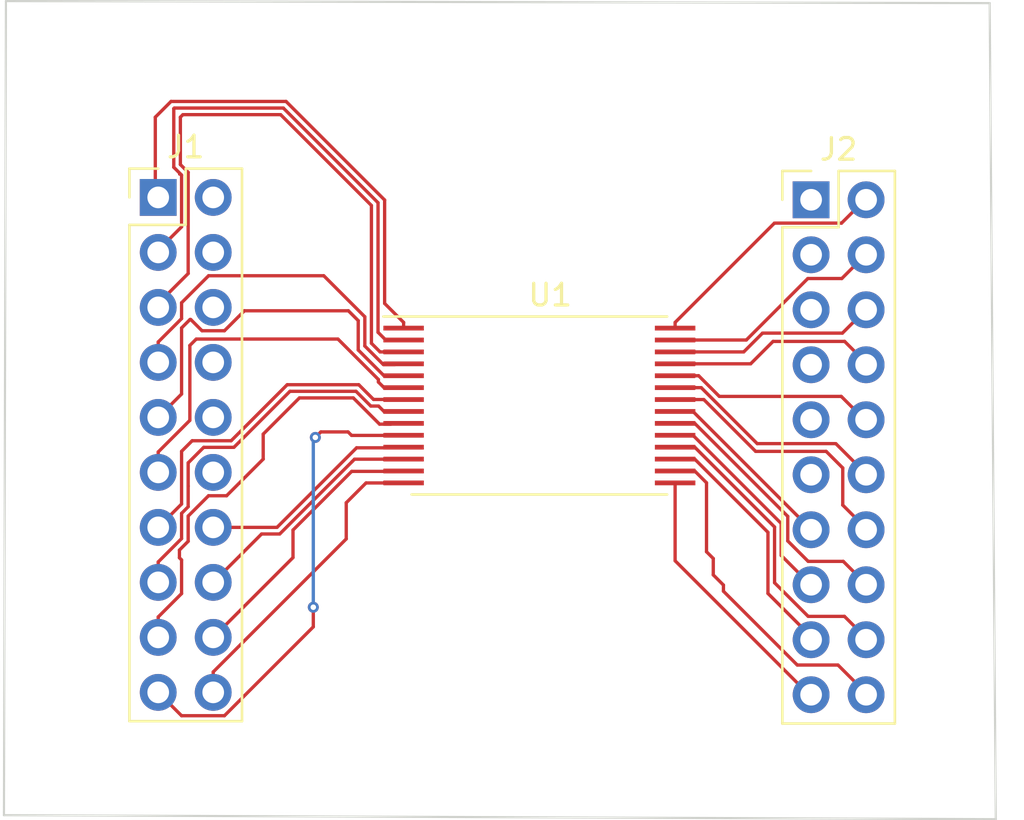
<source format=kicad_pcb>
(kicad_pcb (version 20171130) (host pcbnew 5.1.4+dfsg1-1)

  (general
    (thickness 1.6)
    (drawings 4)
    (tracks 195)
    (zones 0)
    (modules 3)
    (nets 41)
  )

  (page A4)
  (layers
    (0 F.Cu signal)
    (31 B.Cu signal)
    (32 B.Adhes user)
    (33 F.Adhes user)
    (34 B.Paste user)
    (35 F.Paste user)
    (36 B.SilkS user)
    (37 F.SilkS user)
    (38 B.Mask user)
    (39 F.Mask user)
    (40 Dwgs.User user)
    (41 Cmts.User user)
    (42 Eco1.User user)
    (43 Eco2.User user)
    (44 Edge.Cuts user)
    (45 Margin user)
    (46 B.CrtYd user)
    (47 F.CrtYd user)
    (48 B.Fab user)
    (49 F.Fab user)
  )

  (setup
    (last_trace_width 0.1524)
    (trace_clearance 0.1524)
    (zone_clearance 0.508)
    (zone_45_only no)
    (trace_min 0.1524)
    (via_size 0.508)
    (via_drill 0.254)
    (via_min_size 0.508)
    (via_min_drill 0.254)
    (uvia_size 0.3)
    (uvia_drill 0.1)
    (uvias_allowed no)
    (uvia_min_size 0.2)
    (uvia_min_drill 0.1)
    (edge_width 0.05)
    (segment_width 0.2)
    (pcb_text_width 0.3)
    (pcb_text_size 1.5 1.5)
    (mod_edge_width 0.12)
    (mod_text_size 1 1)
    (mod_text_width 0.15)
    (pad_size 1.524 1.524)
    (pad_drill 0.762)
    (pad_to_mask_clearance 0.0508)
    (aux_axis_origin 0 0)
    (visible_elements FFFFFF7F)
    (pcbplotparams
      (layerselection 0x010f0_ffffffff)
      (usegerberextensions false)
      (usegerberattributes false)
      (usegerberadvancedattributes false)
      (creategerberjobfile false)
      (excludeedgelayer true)
      (linewidth 0.100000)
      (plotframeref false)
      (viasonmask false)
      (mode 1)
      (useauxorigin false)
      (hpglpennumber 1)
      (hpglpenspeed 20)
      (hpglpendiameter 15.000000)
      (psnegative false)
      (psa4output false)
      (plotreference true)
      (plotvalue true)
      (plotinvisibletext false)
      (padsonsilk false)
      (subtractmaskfromsilk false)
      (outputformat 1)
      (mirror false)
      (drillshape 0)
      (scaleselection 1)
      (outputdirectory "../gerber/"))
  )

  (net 0 "")
  (net 1 A3)
  (net 2 A7)
  (net 3 A4)
  (net 4 A12)
  (net 5 A5)
  (net 6 A14)
  (net 7 A6)
  (net 8 VDD)
  (net 9 "Net-(J1-Pad12)")
  (net 10 WE#)
  (net 11 "Net-(J1-Pad10)")
  (net 12 A13)
  (net 13 "Net-(J1-Pad8)")
  (net 14 A8)
  (net 15 "Net-(J1-Pad6)")
  (net 16 A9)
  (net 17 "Net-(J1-Pad4)")
  (net 18 A11)
  (net 19 "Net-(J1-Pad2)")
  (net 20 OE#)
  (net 21 A1)
  (net 22 A2)
  (net 23 D0)
  (net 24 A0)
  (net 25 D2)
  (net 26 D1)
  (net 27 D3)
  (net 28 GND)
  (net 29 D4)
  (net 30 "Net-(J2-Pad11)")
  (net 31 D5)
  (net 32 "Net-(J2-Pad9)")
  (net 33 D6)
  (net 34 "Net-(J2-Pad7)")
  (net 35 D7)
  (net 36 "Net-(J2-Pad5)")
  (net 37 CE#)
  (net 38 "Net-(J2-Pad3)")
  (net 39 A10)
  (net 40 "Net-(J2-Pad1)")

  (net_class Default "This is the default net class."
    (clearance 0.1524)
    (trace_width 0.1524)
    (via_dia 0.508)
    (via_drill 0.254)
    (uvia_dia 0.3)
    (uvia_drill 0.1)
    (add_net A0)
    (add_net A1)
    (add_net A10)
    (add_net A11)
    (add_net A12)
    (add_net A13)
    (add_net A14)
    (add_net A2)
    (add_net A3)
    (add_net A4)
    (add_net A5)
    (add_net A6)
    (add_net A7)
    (add_net A8)
    (add_net A9)
    (add_net CE#)
    (add_net D0)
    (add_net D1)
    (add_net D2)
    (add_net D3)
    (add_net D4)
    (add_net D5)
    (add_net D6)
    (add_net D7)
    (add_net GND)
    (add_net "Net-(J1-Pad10)")
    (add_net "Net-(J1-Pad12)")
    (add_net "Net-(J1-Pad2)")
    (add_net "Net-(J1-Pad4)")
    (add_net "Net-(J1-Pad6)")
    (add_net "Net-(J1-Pad8)")
    (add_net "Net-(J2-Pad1)")
    (add_net "Net-(J2-Pad11)")
    (add_net "Net-(J2-Pad3)")
    (add_net "Net-(J2-Pad5)")
    (add_net "Net-(J2-Pad7)")
    (add_net "Net-(J2-Pad9)")
    (add_net OE#)
    (add_net VDD)
    (add_net WE#)
  )

  (module Package_SO:TSOP-I-28_11.8x8mm_P0.55mm (layer F.Cu) (tedit 5D7553EE) (tstamp 5D759FF4)
    (at 166.61038 72.24252)
    (descr "TSOP I, 28 pins, 18.8x8mm body, 0.55mm pitch, IPC-calculated pads (http://ww1.microchip.com/downloads/en/devicedoc/doc0807.pdf)")
    (tags "TSOP I 28 pins")
    (path /5D757A6F)
    (attr smd)
    (fp_text reference U1 (at 0.5 -5.1) (layer F.SilkS)
      (effects (font (size 1 1) (thickness 0.15)))
    )
    (fp_text value IS62LV256AL (at 0 5.7) (layer F.Fab)
      (effects (font (size 1 1) (thickness 0.15)))
    )
    (fp_line (start 7.46 4.35) (end -7.46 4.35) (layer F.CrtYd) (width 0.05))
    (fp_line (start 7.46 4.35) (end 7.46 -4.35) (layer F.CrtYd) (width 0.05))
    (fp_line (start -7.46 -4.35) (end -7.46 4.35) (layer F.CrtYd) (width 0.05))
    (fp_line (start -7.46 -4.35) (end 7.46 -4.35) (layer F.CrtYd) (width 0.05))
    (fp_line (start 5.9 -4) (end 5.9 4) (layer F.Fab) (width 0.1))
    (fp_line (start 5.9 4) (end -5.9 4) (layer F.Fab) (width 0.1))
    (fp_line (start -5.9 -3.3) (end -5.9 4) (layer F.Fab) (width 0.1))
    (fp_line (start 5.9 -4) (end -5.2 -4) (layer F.Fab) (width 0.1))
    (fp_line (start -5.9 -3.3) (end -5.2 -4) (layer F.Fab) (width 0.1))
    (fp_line (start -7.205 -4.11) (end 5.9 -4.11) (layer F.SilkS) (width 0.12))
    (fp_line (start -5.9 4.11) (end 5.9 4.11) (layer F.SilkS) (width 0.12))
    (fp_text user %R (at 0.5 0) (layer F.Fab)
      (effects (font (size 1 1) (thickness 0.15)))
    )
    (pad 7 smd rect (at -6.27 -0.275) (size 1.87 0.22) (layers F.Cu F.Paste F.Mask)
      (net 8 VDD))
    (pad 8 smd rect (at -6.27 0.275) (size 1.87 0.22) (layers F.Cu F.Paste F.Mask)
      (net 6 A14))
    (pad 9 smd rect (at -6.27 0.825) (size 1.87 0.22) (layers F.Cu F.Paste F.Mask)
      (net 4 A12))
    (pad 6 smd rect (at -6.27 -0.825) (size 1.87 0.22) (layers F.Cu F.Paste F.Mask)
      (net 10 WE#))
    (pad 5 smd rect (at -6.27 -1.375) (size 1.87 0.22) (layers F.Cu F.Paste F.Mask)
      (net 12 A13))
    (pad 10 smd rect (at -6.27 1.375) (size 1.87 0.22) (layers F.Cu F.Paste F.Mask)
      (net 2 A7))
    (pad 4 smd rect (at -6.27 -1.925) (size 1.87 0.22) (layers F.Cu F.Paste F.Mask)
      (net 14 A8))
    (pad 11 smd rect (at -6.27 1.925) (size 1.87 0.22) (layers F.Cu F.Paste F.Mask)
      (net 7 A6))
    (pad 3 smd rect (at -6.27 -2.475) (size 1.87 0.22) (layers F.Cu F.Paste F.Mask)
      (net 16 A9))
    (pad 12 smd rect (at -6.27 2.475) (size 1.87 0.22) (layers F.Cu F.Paste F.Mask)
      (net 5 A5))
    (pad 13 smd rect (at -6.27 3.025) (size 1.87 0.22) (layers F.Cu F.Paste F.Mask)
      (net 3 A4))
    (pad 2 smd rect (at -6.27 -3.025) (size 1.87 0.22) (layers F.Cu F.Paste F.Mask)
      (net 18 A11))
    (pad 1 smd rect (at -6.27 -3.575) (size 1.87 0.22) (layers F.Cu F.Paste F.Mask)
      (net 20 OE#))
    (pad 14 smd rect (at -6.27 3.575) (size 1.87 0.22) (layers F.Cu F.Paste F.Mask)
      (net 1 A3))
    (pad 15 smd rect (at 6.27 3.575) (size 1.87 0.22) (layers F.Cu F.Paste F.Mask)
      (net 22 A2))
    (pad 28 smd rect (at 6.27 -3.575) (size 1.87 0.22) (layers F.Cu F.Paste F.Mask)
      (net 39 A10))
    (pad 27 smd rect (at 6.27 -3.025) (size 1.87 0.22) (layers F.Cu F.Paste F.Mask)
      (net 37 CE#))
    (pad 16 smd rect (at 6.27 3.025) (size 1.87 0.22) (layers F.Cu F.Paste F.Mask)
      (net 21 A1))
    (pad 17 smd rect (at 6.27 2.475) (size 1.87 0.22) (layers F.Cu F.Paste F.Mask)
      (net 24 A0))
    (pad 26 smd rect (at 6.27 -2.475) (size 1.87 0.22) (layers F.Cu F.Paste F.Mask)
      (net 35 D7))
    (pad 18 smd rect (at 6.27 1.925) (size 1.87 0.22) (layers F.Cu F.Paste F.Mask)
      (net 23 D0))
    (pad 25 smd rect (at 6.27 -1.925) (size 1.87 0.22) (layers F.Cu F.Paste F.Mask)
      (net 33 D6))
    (pad 19 smd rect (at 6.27 1.375) (size 1.87 0.22) (layers F.Cu F.Paste F.Mask)
      (net 26 D1))
    (pad 24 smd rect (at 6.27 -1.375) (size 1.87 0.22) (layers F.Cu F.Paste F.Mask)
      (net 31 D5))
    (pad 23 smd rect (at 6.27 -0.825) (size 1.87 0.22) (layers F.Cu F.Paste F.Mask)
      (net 29 D4))
    (pad 20 smd rect (at 6.27 0.825) (size 1.87 0.22) (layers F.Cu F.Paste F.Mask)
      (net 25 D2))
    (pad 21 smd rect (at 6.27 0.275) (size 1.87 0.22) (layers F.Cu F.Paste F.Mask)
      (net 28 GND))
    (pad 22 smd rect (at 6.27 -0.275) (size 1.87 0.22) (layers F.Cu F.Paste F.Mask)
      (net 27 D3))
    (model ${KISYS3DMOD}/Package_SO.3dshapes/TSOP-I-28_11.8x8mm_P0.55mm.wrl
      (at (xyz 0 0 0))
      (scale (xyz 1 1 1))
      (rotate (xyz 0 0 0))
    )
  )

  (module Connector_PinHeader_2.54mm:PinHeader_2x10_P2.54mm_Vertical (layer F.Cu) (tedit 59FED5CC) (tstamp 5D759FC8)
    (at 179.16144 62.74054)
    (descr "Through hole straight pin header, 2x10, 2.54mm pitch, double rows")
    (tags "Through hole pin header THT 2x10 2.54mm double row")
    (path /5D75AF2E)
    (fp_text reference J2 (at 1.27 -2.33) (layer F.SilkS)
      (effects (font (size 1 1) (thickness 0.15)))
    )
    (fp_text value Conn_02x10_Odd_Even (at 1.27 25.19) (layer F.Fab)
      (effects (font (size 1 1) (thickness 0.15)))
    )
    (fp_text user %R (at 1.27 11.43 90) (layer F.Fab)
      (effects (font (size 1 1) (thickness 0.15)))
    )
    (fp_line (start 4.35 -1.8) (end -1.8 -1.8) (layer F.CrtYd) (width 0.05))
    (fp_line (start 4.35 24.65) (end 4.35 -1.8) (layer F.CrtYd) (width 0.05))
    (fp_line (start -1.8 24.65) (end 4.35 24.65) (layer F.CrtYd) (width 0.05))
    (fp_line (start -1.8 -1.8) (end -1.8 24.65) (layer F.CrtYd) (width 0.05))
    (fp_line (start -1.33 -1.33) (end 0 -1.33) (layer F.SilkS) (width 0.12))
    (fp_line (start -1.33 0) (end -1.33 -1.33) (layer F.SilkS) (width 0.12))
    (fp_line (start 1.27 -1.33) (end 3.87 -1.33) (layer F.SilkS) (width 0.12))
    (fp_line (start 1.27 1.27) (end 1.27 -1.33) (layer F.SilkS) (width 0.12))
    (fp_line (start -1.33 1.27) (end 1.27 1.27) (layer F.SilkS) (width 0.12))
    (fp_line (start 3.87 -1.33) (end 3.87 24.19) (layer F.SilkS) (width 0.12))
    (fp_line (start -1.33 1.27) (end -1.33 24.19) (layer F.SilkS) (width 0.12))
    (fp_line (start -1.33 24.19) (end 3.87 24.19) (layer F.SilkS) (width 0.12))
    (fp_line (start -1.27 0) (end 0 -1.27) (layer F.Fab) (width 0.1))
    (fp_line (start -1.27 24.13) (end -1.27 0) (layer F.Fab) (width 0.1))
    (fp_line (start 3.81 24.13) (end -1.27 24.13) (layer F.Fab) (width 0.1))
    (fp_line (start 3.81 -1.27) (end 3.81 24.13) (layer F.Fab) (width 0.1))
    (fp_line (start 0 -1.27) (end 3.81 -1.27) (layer F.Fab) (width 0.1))
    (pad 20 thru_hole oval (at 2.54 22.86) (size 1.7 1.7) (drill 1) (layers *.Cu *.Mask)
      (net 21 A1))
    (pad 19 thru_hole oval (at 0 22.86) (size 1.7 1.7) (drill 1) (layers *.Cu *.Mask)
      (net 22 A2))
    (pad 18 thru_hole oval (at 2.54 20.32) (size 1.7 1.7) (drill 1) (layers *.Cu *.Mask)
      (net 23 D0))
    (pad 17 thru_hole oval (at 0 20.32) (size 1.7 1.7) (drill 1) (layers *.Cu *.Mask)
      (net 24 A0))
    (pad 16 thru_hole oval (at 2.54 17.78) (size 1.7 1.7) (drill 1) (layers *.Cu *.Mask)
      (net 25 D2))
    (pad 15 thru_hole oval (at 0 17.78) (size 1.7 1.7) (drill 1) (layers *.Cu *.Mask)
      (net 26 D1))
    (pad 14 thru_hole oval (at 2.54 15.24) (size 1.7 1.7) (drill 1) (layers *.Cu *.Mask)
      (net 27 D3))
    (pad 13 thru_hole oval (at 0 15.24) (size 1.7 1.7) (drill 1) (layers *.Cu *.Mask)
      (net 28 GND))
    (pad 12 thru_hole oval (at 2.54 12.7) (size 1.7 1.7) (drill 1) (layers *.Cu *.Mask)
      (net 29 D4))
    (pad 11 thru_hole oval (at 0 12.7) (size 1.7 1.7) (drill 1) (layers *.Cu *.Mask)
      (net 30 "Net-(J2-Pad11)"))
    (pad 10 thru_hole oval (at 2.54 10.16) (size 1.7 1.7) (drill 1) (layers *.Cu *.Mask)
      (net 31 D5))
    (pad 9 thru_hole oval (at 0 10.16) (size 1.7 1.7) (drill 1) (layers *.Cu *.Mask)
      (net 32 "Net-(J2-Pad9)"))
    (pad 8 thru_hole oval (at 2.54 7.62) (size 1.7 1.7) (drill 1) (layers *.Cu *.Mask)
      (net 33 D6))
    (pad 7 thru_hole oval (at 0 7.62) (size 1.7 1.7) (drill 1) (layers *.Cu *.Mask)
      (net 34 "Net-(J2-Pad7)"))
    (pad 6 thru_hole oval (at 2.54 5.08) (size 1.7 1.7) (drill 1) (layers *.Cu *.Mask)
      (net 35 D7))
    (pad 5 thru_hole oval (at 0 5.08) (size 1.7 1.7) (drill 1) (layers *.Cu *.Mask)
      (net 36 "Net-(J2-Pad5)"))
    (pad 4 thru_hole oval (at 2.54 2.54) (size 1.7 1.7) (drill 1) (layers *.Cu *.Mask)
      (net 37 CE#))
    (pad 3 thru_hole oval (at 0 2.54) (size 1.7 1.7) (drill 1) (layers *.Cu *.Mask)
      (net 38 "Net-(J2-Pad3)"))
    (pad 2 thru_hole oval (at 2.54 0) (size 1.7 1.7) (drill 1) (layers *.Cu *.Mask)
      (net 39 A10))
    (pad 1 thru_hole rect (at 0 0) (size 1.7 1.7) (drill 1) (layers *.Cu *.Mask)
      (net 40 "Net-(J2-Pad1)"))
    (model ${KISYS3DMOD}/Connector_PinHeader_2.54mm.3dshapes/PinHeader_2x10_P2.54mm_Vertical.wrl
      (at (xyz 0 0 0))
      (scale (xyz 1 1 1))
      (rotate (xyz 0 0 0))
    )
  )

  (module Connector_PinHeader_2.54mm:PinHeader_2x10_P2.54mm_Vertical (layer F.Cu) (tedit 59FED5CC) (tstamp 5D759F9E)
    (at 149.00656 62.63132)
    (descr "Through hole straight pin header, 2x10, 2.54mm pitch, double rows")
    (tags "Through hole pin header THT 2x10 2.54mm double row")
    (path /5D758858)
    (fp_text reference J1 (at 1.27 -2.33) (layer F.SilkS)
      (effects (font (size 1 1) (thickness 0.15)))
    )
    (fp_text value Conn_02x10_Odd_Even (at 1.27 25.19) (layer F.Fab)
      (effects (font (size 1 1) (thickness 0.15)))
    )
    (fp_text user %R (at 1.27 11.43 90) (layer F.Fab)
      (effects (font (size 1 1) (thickness 0.15)))
    )
    (fp_line (start 4.35 -1.8) (end -1.8 -1.8) (layer F.CrtYd) (width 0.05))
    (fp_line (start 4.35 24.65) (end 4.35 -1.8) (layer F.CrtYd) (width 0.05))
    (fp_line (start -1.8 24.65) (end 4.35 24.65) (layer F.CrtYd) (width 0.05))
    (fp_line (start -1.8 -1.8) (end -1.8 24.65) (layer F.CrtYd) (width 0.05))
    (fp_line (start -1.33 -1.33) (end 0 -1.33) (layer F.SilkS) (width 0.12))
    (fp_line (start -1.33 0) (end -1.33 -1.33) (layer F.SilkS) (width 0.12))
    (fp_line (start 1.27 -1.33) (end 3.87 -1.33) (layer F.SilkS) (width 0.12))
    (fp_line (start 1.27 1.27) (end 1.27 -1.33) (layer F.SilkS) (width 0.12))
    (fp_line (start -1.33 1.27) (end 1.27 1.27) (layer F.SilkS) (width 0.12))
    (fp_line (start 3.87 -1.33) (end 3.87 24.19) (layer F.SilkS) (width 0.12))
    (fp_line (start -1.33 1.27) (end -1.33 24.19) (layer F.SilkS) (width 0.12))
    (fp_line (start -1.33 24.19) (end 3.87 24.19) (layer F.SilkS) (width 0.12))
    (fp_line (start -1.27 0) (end 0 -1.27) (layer F.Fab) (width 0.1))
    (fp_line (start -1.27 24.13) (end -1.27 0) (layer F.Fab) (width 0.1))
    (fp_line (start 3.81 24.13) (end -1.27 24.13) (layer F.Fab) (width 0.1))
    (fp_line (start 3.81 -1.27) (end 3.81 24.13) (layer F.Fab) (width 0.1))
    (fp_line (start 0 -1.27) (end 3.81 -1.27) (layer F.Fab) (width 0.1))
    (pad 20 thru_hole oval (at 2.54 22.86) (size 1.7 1.7) (drill 1) (layers *.Cu *.Mask)
      (net 1 A3))
    (pad 19 thru_hole oval (at 0 22.86) (size 1.7 1.7) (drill 1) (layers *.Cu *.Mask)
      (net 2 A7))
    (pad 18 thru_hole oval (at 2.54 20.32) (size 1.7 1.7) (drill 1) (layers *.Cu *.Mask)
      (net 3 A4))
    (pad 17 thru_hole oval (at 0 20.32) (size 1.7 1.7) (drill 1) (layers *.Cu *.Mask)
      (net 4 A12))
    (pad 16 thru_hole oval (at 2.54 17.78) (size 1.7 1.7) (drill 1) (layers *.Cu *.Mask)
      (net 5 A5))
    (pad 15 thru_hole oval (at 0 17.78) (size 1.7 1.7) (drill 1) (layers *.Cu *.Mask)
      (net 6 A14))
    (pad 14 thru_hole oval (at 2.54 15.24) (size 1.7 1.7) (drill 1) (layers *.Cu *.Mask)
      (net 7 A6))
    (pad 13 thru_hole oval (at 0 15.24) (size 1.7 1.7) (drill 1) (layers *.Cu *.Mask)
      (net 8 VDD))
    (pad 12 thru_hole oval (at 2.54 12.7) (size 1.7 1.7) (drill 1) (layers *.Cu *.Mask)
      (net 9 "Net-(J1-Pad12)"))
    (pad 11 thru_hole oval (at 0 12.7) (size 1.7 1.7) (drill 1) (layers *.Cu *.Mask)
      (net 10 WE#))
    (pad 10 thru_hole oval (at 2.54 10.16) (size 1.7 1.7) (drill 1) (layers *.Cu *.Mask)
      (net 11 "Net-(J1-Pad10)"))
    (pad 9 thru_hole oval (at 0 10.16) (size 1.7 1.7) (drill 1) (layers *.Cu *.Mask)
      (net 12 A13))
    (pad 8 thru_hole oval (at 2.54 7.62) (size 1.7 1.7) (drill 1) (layers *.Cu *.Mask)
      (net 13 "Net-(J1-Pad8)"))
    (pad 7 thru_hole oval (at 0 7.62) (size 1.7 1.7) (drill 1) (layers *.Cu *.Mask)
      (net 14 A8))
    (pad 6 thru_hole oval (at 2.54 5.08) (size 1.7 1.7) (drill 1) (layers *.Cu *.Mask)
      (net 15 "Net-(J1-Pad6)"))
    (pad 5 thru_hole oval (at 0 5.08) (size 1.7 1.7) (drill 1) (layers *.Cu *.Mask)
      (net 16 A9))
    (pad 4 thru_hole oval (at 2.54 2.54) (size 1.7 1.7) (drill 1) (layers *.Cu *.Mask)
      (net 17 "Net-(J1-Pad4)"))
    (pad 3 thru_hole oval (at 0 2.54) (size 1.7 1.7) (drill 1) (layers *.Cu *.Mask)
      (net 18 A11))
    (pad 2 thru_hole oval (at 2.54 0) (size 1.7 1.7) (drill 1) (layers *.Cu *.Mask)
      (net 19 "Net-(J1-Pad2)"))
    (pad 1 thru_hole rect (at 0 0) (size 1.7 1.7) (drill 1) (layers *.Cu *.Mask)
      (net 20 OE#))
    (model ${KISYS3DMOD}/Connector_PinHeader_2.54mm.3dshapes/PinHeader_2x10_P2.54mm_Vertical.wrl
      (at (xyz 0 0 0))
      (scale (xyz 1 1 1))
      (rotate (xyz 0 0 0))
    )
  )

  (gr_line (start 187.40882 53.6575) (end 141.9733 53.56352) (layer Edge.Cuts) (width 0.1))
  (gr_line (start 187.69076 91.34856) (end 187.40882 53.6575) (layer Edge.Cuts) (width 0.1))
  (gr_line (start 141.88186 91.16314) (end 187.69076 91.34856) (layer Edge.Cuts) (width 0.1))
  (gr_line (start 141.9733 53.56352) (end 141.88186 91.16314) (layer Edge.Cuts) (width 0.1))

  (segment (start 151.54656 84.54765) (end 157.69082 78.40339) (width 0.1524) (layer F.Cu) (net 1))
  (segment (start 151.54656 85.49132) (end 151.54656 84.54765) (width 0.1524) (layer F.Cu) (net 1))
  (segment (start 157.69082 78.40339) (end 157.69082 76.7334) (width 0.1524) (layer F.Cu) (net 1))
  (segment (start 157.69082 76.7334) (end 158.60522 75.819) (width 0.1524) (layer F.Cu) (net 1))
  (segment (start 158.60522 75.819) (end 160.41878 75.819) (width 0.1524) (layer F.Cu) (net 1))
  (segment (start 152.064289 86.569921) (end 156.16936 82.46485) (width 0.1524) (layer F.Cu) (net 2))
  (segment (start 149.00656 85.49132) (end 150.085161 86.569921) (width 0.1524) (layer F.Cu) (net 2))
  (segment (start 150.085161 86.569921) (end 152.064289 86.569921) (width 0.1524) (layer F.Cu) (net 2))
  (via (at 156.16936 81.5594) (size 0.508) (drill 0.254) (layers F.Cu B.Cu) (net 2))
  (segment (start 156.16936 82.46485) (end 156.16936 81.5594) (width 0.1524) (layer F.Cu) (net 2))
  (via (at 156.26334 73.71588) (size 0.508) (drill 0.254) (layers F.Cu B.Cu) (net 2))
  (segment (start 156.16936 81.5594) (end 156.16936 73.80986) (width 0.1524) (layer B.Cu) (net 2))
  (segment (start 156.16936 73.80986) (end 156.26334 73.71588) (width 0.1524) (layer B.Cu) (net 2))
  (segment (start 156.517339 73.461881) (end 157.774641 73.461881) (width 0.1524) (layer F.Cu) (net 2))
  (segment (start 156.26334 73.71588) (end 156.517339 73.461881) (width 0.1524) (layer F.Cu) (net 2))
  (segment (start 157.774641 73.461881) (end 157.9372 73.62444) (width 0.1524) (layer F.Cu) (net 2))
  (segment (start 157.9372 73.62444) (end 160.06318 73.62444) (width 0.1524) (layer F.Cu) (net 2))
  (segment (start 151.54656 82.95132) (end 155.2321 79.26578) (width 0.1524) (layer F.Cu) (net 3))
  (segment (start 155.2321 79.26578) (end 155.2321 77.994312) (width 0.1524) (layer F.Cu) (net 3))
  (segment (start 155.2321 77.994312) (end 157.940812 75.2856) (width 0.1524) (layer F.Cu) (net 3))
  (segment (start 157.940812 75.2856) (end 159.94126 75.2856) (width 0.1524) (layer F.Cu) (net 3))
  (segment (start 149.00656 82.95132) (end 149.00656 82.00765) (width 0.1524) (layer F.Cu) (net 4))
  (segment (start 150.085161 80.929049) (end 150.085161 79.374101) (width 0.1524) (layer F.Cu) (net 4))
  (segment (start 149.00656 82.00765) (end 150.085161 80.929049) (width 0.1524) (layer F.Cu) (net 4))
  (segment (start 149.987 78.918276) (end 150.389971 78.515305) (width 0.1524) (layer F.Cu) (net 4))
  (segment (start 150.085161 79.374101) (end 149.987 79.27594) (width 0.1524) (layer F.Cu) (net 4))
  (segment (start 149.987 79.27594) (end 149.987 78.918276) (width 0.1524) (layer F.Cu) (net 4))
  (segment (start 151.330091 76.409921) (end 152.164679 76.409921) (width 0.1524) (layer F.Cu) (net 4))
  (segment (start 150.389971 78.515305) (end 150.389971 77.350041) (width 0.1524) (layer F.Cu) (net 4))
  (segment (start 150.389971 77.350041) (end 151.330091 76.409921) (width 0.1524) (layer F.Cu) (net 4))
  (segment (start 153.85542 74.71918) (end 153.85542 73.56348) (width 0.1524) (layer F.Cu) (net 4))
  (segment (start 152.164679 76.409921) (end 153.85542 74.71918) (width 0.1524) (layer F.Cu) (net 4))
  (segment (start 153.85542 73.56348) (end 155.52672 71.89218) (width 0.1524) (layer F.Cu) (net 4))
  (segment (start 158.017428 71.89218) (end 159.228988 73.10374) (width 0.1524) (layer F.Cu) (net 4))
  (segment (start 155.52672 71.89218) (end 158.017428 71.89218) (width 0.1524) (layer F.Cu) (net 4))
  (segment (start 159.228988 73.10374) (end 159.75584 73.10374) (width 0.1524) (layer F.Cu) (net 4))
  (segment (start 153.781702 78.176178) (end 154.619217 78.176129) (width 0.1524) (layer F.Cu) (net 5))
  (segment (start 151.54656 80.41132) (end 153.781702 78.176178) (width 0.1524) (layer F.Cu) (net 5))
  (segment (start 154.619217 78.176129) (end 157.957153 74.838193) (width 0.1524) (layer F.Cu) (net 5))
  (segment (start 157.957153 74.838193) (end 158.073626 74.72172) (width 0.1524) (layer F.Cu) (net 5))
  (segment (start 158.073626 74.72172) (end 160.10382 74.72172) (width 0.1524) (layer F.Cu) (net 5))
  (segment (start 149.00656 79.46765) (end 150.085161 78.389049) (width 0.1524) (layer F.Cu) (net 6))
  (segment (start 149.00656 80.41132) (end 149.00656 79.46765) (width 0.1524) (layer F.Cu) (net 6))
  (segment (start 150.085161 77.223785) (end 150.389971 76.918975) (width 0.1524) (layer F.Cu) (net 6))
  (segment (start 150.085161 78.389049) (end 150.085161 77.223785) (width 0.1524) (layer F.Cu) (net 6))
  (segment (start 150.389971 76.918975) (end 150.389971 75.96378) (width 0.1524) (layer F.Cu) (net 6))
  (segment (start 151.106819 74.174731) (end 152.501756 74.17473) (width 0.1524) (layer F.Cu) (net 6))
  (segment (start 150.389971 75.96378) (end 150.389971 74.891579) (width 0.1524) (layer F.Cu) (net 6))
  (segment (start 150.389971 74.891579) (end 151.106819 74.174731) (width 0.1524) (layer F.Cu) (net 6))
  (segment (start 152.501756 74.17473) (end 155.089116 71.58737) (width 0.1524) (layer F.Cu) (net 6))
  (segment (start 155.089116 71.58737) (end 158.143684 71.58737) (width 0.1524) (layer F.Cu) (net 6))
  (segment (start 159.184468 72.26809) (end 159.451158 72.53478) (width 0.1524) (layer F.Cu) (net 6))
  (segment (start 158.143684 71.58737) (end 158.824404 72.26809) (width 0.1524) (layer F.Cu) (net 6))
  (segment (start 158.824404 72.26809) (end 159.184468 72.26809) (width 0.1524) (layer F.Cu) (net 6))
  (segment (start 159.451158 72.53478) (end 159.70504 72.53478) (width 0.1524) (layer F.Cu) (net 6))
  (segment (start 159.70504 72.53478) (end 159.71774 72.53478) (width 0.1524) (layer F.Cu) (net 6))
  (segment (start 151.54656 77.87132) (end 154.49296 77.87132) (width 0.1524) (layer F.Cu) (net 7))
  (segment (start 154.49296 77.87132) (end 158.16834 74.19594) (width 0.1524) (layer F.Cu) (net 7))
  (segment (start 158.16834 74.19594) (end 160.10382 74.19594) (width 0.1524) (layer F.Cu) (net 7))
  (segment (start 150.085161 76.792719) (end 150.085161 74.359399) (width 0.1524) (layer F.Cu) (net 8))
  (segment (start 149.00656 77.87132) (end 150.085161 76.792719) (width 0.1524) (layer F.Cu) (net 8))
  (segment (start 150.574639 73.869921) (end 152.375499 73.869921) (width 0.1524) (layer F.Cu) (net 8))
  (segment (start 150.085161 74.359399) (end 150.574639 73.869921) (width 0.1524) (layer F.Cu) (net 8))
  (segment (start 152.375499 73.869921) (end 154.96286 71.28256) (width 0.1524) (layer F.Cu) (net 8))
  (segment (start 154.96286 71.28256) (end 158.26994 71.28256) (width 0.1524) (layer F.Cu) (net 8))
  (segment (start 158.26994 71.28256) (end 158.95066 71.96328) (width 0.1524) (layer F.Cu) (net 8))
  (segment (start 158.95066 71.96328) (end 159.85744 71.96328) (width 0.1524) (layer F.Cu) (net 8))
  (segment (start 150.763341 69.172719) (end 157.308031 69.172719) (width 0.1524) (layer F.Cu) (net 10))
  (segment (start 150.467959 69.468101) (end 150.763341 69.172719) (width 0.1524) (layer F.Cu) (net 10))
  (segment (start 150.467959 72.926251) (end 150.467959 69.468101) (width 0.1524) (layer F.Cu) (net 10))
  (segment (start 149.00656 75.33132) (end 149.00656 74.38765) (width 0.1524) (layer F.Cu) (net 10))
  (segment (start 149.00656 74.38765) (end 150.467959 72.926251) (width 0.1524) (layer F.Cu) (net 10))
  (segment (start 159.176779 71.160401) (end 159.451338 71.43496) (width 0.1524) (layer F.Cu) (net 10))
  (segment (start 157.308031 69.172719) (end 159.176779 71.041467) (width 0.1524) (layer F.Cu) (net 10))
  (segment (start 159.176779 71.041467) (end 159.176779 71.160401) (width 0.1524) (layer F.Cu) (net 10))
  (segment (start 159.451338 71.43496) (end 159.80664 71.43496) (width 0.1524) (layer F.Cu) (net 10))
  (segment (start 151.028831 68.789921) (end 152.064289 68.789921) (width 0.1524) (layer F.Cu) (net 12))
  (segment (start 150.085161 71.712719) (end 150.085161 68.660115) (width 0.1524) (layer F.Cu) (net 12))
  (segment (start 150.475156 68.27012) (end 150.50903 68.27012) (width 0.1524) (layer F.Cu) (net 12))
  (segment (start 149.00656 72.79132) (end 150.085161 71.712719) (width 0.1524) (layer F.Cu) (net 12))
  (segment (start 150.085161 68.660115) (end 150.475156 68.27012) (width 0.1524) (layer F.Cu) (net 12))
  (segment (start 152.064289 68.789921) (end 152.98674 67.86747) (width 0.1524) (layer F.Cu) (net 12))
  (segment (start 150.50903 68.27012) (end 151.028831 68.789921) (width 0.1524) (layer F.Cu) (net 12))
  (segment (start 157.79109 67.86747) (end 158.244502 68.320882) (width 0.1524) (layer F.Cu) (net 12))
  (segment (start 152.98674 67.86747) (end 157.79109 67.86747) (width 0.1524) (layer F.Cu) (net 12))
  (segment (start 158.244502 69.678124) (end 159.442538 70.87616) (width 0.1524) (layer F.Cu) (net 12))
  (segment (start 158.244502 68.320882) (end 158.244502 69.678124) (width 0.1524) (layer F.Cu) (net 12))
  (segment (start 159.442538 70.87616) (end 160.09366 70.87616) (width 0.1524) (layer F.Cu) (net 12))
  (segment (start 150.085161 68.229049) (end 150.085161 67.496319) (width 0.1524) (layer F.Cu) (net 14))
  (segment (start 150.085161 67.496319) (end 151.331559 66.249921) (width 0.1524) (layer F.Cu) (net 14))
  (segment (start 149.00656 70.25132) (end 149.00656 69.30765) (width 0.1524) (layer F.Cu) (net 14))
  (segment (start 149.00656 69.30765) (end 150.085161 68.229049) (width 0.1524) (layer F.Cu) (net 14))
  (segment (start 151.331559 66.249921) (end 156.653601 66.249921) (width 0.1524) (layer F.Cu) (net 14))
  (segment (start 156.653601 66.249921) (end 158.54931 68.14563) (width 0.1524) (layer F.Cu) (net 14))
  (segment (start 158.549311 69.494917) (end 159.404774 70.35038) (width 0.1524) (layer F.Cu) (net 14))
  (segment (start 158.54931 68.14563) (end 158.549311 69.494917) (width 0.1524) (layer F.Cu) (net 14))
  (segment (start 159.404774 70.35038) (end 159.94126 70.35038) (width 0.1524) (layer F.Cu) (net 14))
  (segment (start 159.25298 69.76752) (end 158.85412 69.36866) (width 0.1524) (layer F.Cu) (net 16))
  (segment (start 160.34038 69.76752) (end 159.25298 69.76752) (width 0.1524) (layer F.Cu) (net 16))
  (segment (start 158.85412 69.36866) (end 158.85412 63.003212) (width 0.1524) (layer F.Cu) (net 16))
  (segment (start 158.85412 63.003212) (end 154.659548 58.80864) (width 0.1524) (layer F.Cu) (net 16))
  (segment (start 150.03019 61.112402) (end 150.389971 61.472183) (width 0.1524) (layer F.Cu) (net 16))
  (segment (start 154.659548 58.80864) (end 150.147 58.80864) (width 0.1524) (layer F.Cu) (net 16))
  (segment (start 150.389971 61.472183) (end 150.389971 66.147569) (width 0.1524) (layer F.Cu) (net 16))
  (segment (start 150.03019 58.92545) (end 150.03019 61.112402) (width 0.1524) (layer F.Cu) (net 16))
  (segment (start 150.147 58.80864) (end 150.03019 58.92545) (width 0.1524) (layer F.Cu) (net 16))
  (segment (start 150.389971 66.147569) (end 149.00402 67.53352) (width 0.1524) (layer F.Cu) (net 16))
  (segment (start 159.51538 69.21752) (end 159.15893 68.86107) (width 0.1524) (layer F.Cu) (net 18))
  (segment (start 160.34038 69.21752) (end 159.51538 69.21752) (width 0.1524) (layer F.Cu) (net 18))
  (segment (start 159.15893 68.86107) (end 159.15893 62.876956) (width 0.1524) (layer F.Cu) (net 18))
  (segment (start 159.15893 62.876956) (end 154.785804 58.50383) (width 0.1524) (layer F.Cu) (net 18))
  (segment (start 154.785804 58.50383) (end 149.76094 58.50383) (width 0.1524) (layer F.Cu) (net 18))
  (segment (start 149.99716 61.552719) (end 150.039441 61.552719) (width 0.1524) (layer F.Cu) (net 18))
  (segment (start 149.75077 58.50383) (end 149.72538 58.52922) (width 0.1524) (layer F.Cu) (net 18))
  (segment (start 149.72538 61.238658) (end 149.99716 61.510438) (width 0.1524) (layer F.Cu) (net 18))
  (segment (start 149.76094 58.50383) (end 149.75077 58.50383) (width 0.1524) (layer F.Cu) (net 18))
  (segment (start 150.039441 61.552719) (end 150.085161 61.598439) (width 0.1524) (layer F.Cu) (net 18))
  (segment (start 149.72538 58.52922) (end 149.72538 61.238658) (width 0.1524) (layer F.Cu) (net 18))
  (segment (start 150.085161 61.598439) (end 150.085161 63.991119) (width 0.1524) (layer F.Cu) (net 18))
  (segment (start 149.99716 61.510438) (end 149.99716 61.552719) (width 0.1524) (layer F.Cu) (net 18))
  (segment (start 150.085161 63.991119) (end 148.78558 65.2907) (width 0.1524) (layer F.Cu) (net 18))
  (segment (start 160.34038 68.40512) (end 159.46374 67.52848) (width 0.1524) (layer F.Cu) (net 20))
  (segment (start 160.34038 68.66752) (end 160.34038 68.40512) (width 0.1524) (layer F.Cu) (net 20))
  (segment (start 159.46374 67.52848) (end 159.46374 62.7507) (width 0.1524) (layer F.Cu) (net 20))
  (segment (start 159.46374 62.7507) (end 154.91206 58.19902) (width 0.1524) (layer F.Cu) (net 20))
  (segment (start 154.91206 58.19902) (end 149.59838 58.19902) (width 0.1524) (layer F.Cu) (net 20))
  (segment (start 149.59838 58.19902) (end 148.87194 58.92546) (width 0.1524) (layer F.Cu) (net 20))
  (segment (start 148.87194 58.92546) (end 148.87194 62.5856) (width 0.1524) (layer F.Cu) (net 20))
  (segment (start 175.11268 80.53578) (end 175.11268 80.82026) (width 0.1524) (layer F.Cu) (net 21))
  (segment (start 174.64278 80.06588) (end 175.11268 80.53578) (width 0.1524) (layer F.Cu) (net 21))
  (segment (start 173.786862 75.26752) (end 174.33036 75.811018) (width 0.1524) (layer F.Cu) (net 21))
  (segment (start 178.52136 84.22894) (end 180.4035 84.22894) (width 0.1524) (layer F.Cu) (net 21))
  (segment (start 172.88038 75.26752) (end 173.786862 75.26752) (width 0.1524) (layer F.Cu) (net 21))
  (segment (start 174.33036 75.811018) (end 174.33036 78.99654) (width 0.1524) (layer F.Cu) (net 21))
  (segment (start 175.11268 80.82026) (end 178.52136 84.22894) (width 0.1524) (layer F.Cu) (net 21))
  (segment (start 174.64278 79.30896) (end 174.64278 80.06588) (width 0.1524) (layer F.Cu) (net 21))
  (segment (start 174.33036 78.99654) (end 174.64278 79.30896) (width 0.1524) (layer F.Cu) (net 21))
  (segment (start 180.4035 84.22894) (end 181.85638 85.68182) (width 0.1524) (layer F.Cu) (net 21))
  (segment (start 172.88038 75.81752) (end 172.88038 79.41346) (width 0.1524) (layer F.Cu) (net 22))
  (segment (start 172.88038 79.41346) (end 179.0954 85.62848) (width 0.1524) (layer F.Cu) (net 22))
  (segment (start 177.473219 80.428649) (end 179.026509 81.981939) (width 0.1524) (layer F.Cu) (net 23))
  (segment (start 179.026509 81.981939) (end 180.701579 81.981939) (width 0.1524) (layer F.Cu) (net 23))
  (segment (start 177.473219 77.853877) (end 177.473219 80.428649) (width 0.1524) (layer F.Cu) (net 23))
  (segment (start 172.88038 74.16752) (end 173.786862 74.16752) (width 0.1524) (layer F.Cu) (net 23))
  (segment (start 173.786862 74.16752) (end 177.473219 77.853877) (width 0.1524) (layer F.Cu) (net 23))
  (segment (start 180.701579 81.981939) (end 181.77764 83.058) (width 0.1524) (layer F.Cu) (net 23))
  (segment (start 177.168409 78.099067) (end 177.168409 80.922729) (width 0.1524) (layer F.Cu) (net 24))
  (segment (start 172.88038 74.71752) (end 173.786862 74.71752) (width 0.1524) (layer F.Cu) (net 24))
  (segment (start 173.786862 74.71752) (end 177.168409 78.099067) (width 0.1524) (layer F.Cu) (net 24))
  (segment (start 177.168409 80.922729) (end 179.27828 83.0326) (width 0.1524) (layer F.Cu) (net 24))
  (segment (start 178.082839 78.498269) (end 179.026509 79.441939) (width 0.1524) (layer F.Cu) (net 25))
  (segment (start 179.026509 79.441939) (end 180.648239 79.441939) (width 0.1524) (layer F.Cu) (net 25))
  (segment (start 178.082839 77.363497) (end 178.082839 78.498269) (width 0.1524) (layer F.Cu) (net 25))
  (segment (start 172.88038 73.06752) (end 173.786862 73.06752) (width 0.1524) (layer F.Cu) (net 25))
  (segment (start 173.786862 73.06752) (end 178.082839 77.363497) (width 0.1524) (layer F.Cu) (net 25))
  (segment (start 180.648239 79.441939) (end 181.8259 80.6196) (width 0.1524) (layer F.Cu) (net 25))
  (segment (start 181.8259 80.6196) (end 181.84368 80.6196) (width 0.1524) (layer F.Cu) (net 25))
  (segment (start 181.84368 80.6196) (end 181.84368 80.65516) (width 0.1524) (layer F.Cu) (net 25))
  (segment (start 177.778029 77.690169) (end 177.778029 79.165069) (width 0.1524) (layer F.Cu) (net 26))
  (segment (start 172.88038 73.61752) (end 173.70538 73.61752) (width 0.1524) (layer F.Cu) (net 26))
  (segment (start 173.70538 73.61752) (end 177.778029 77.690169) (width 0.1524) (layer F.Cu) (net 26))
  (segment (start 177.778029 79.165069) (end 179.32908 80.71612) (width 0.1524) (layer F.Cu) (net 26))
  (segment (start 180.622839 75.126479) (end 180.622839 76.840979) (width 0.1524) (layer F.Cu) (net 27))
  (segment (start 179.858299 74.361939) (end 180.622839 75.126479) (width 0.1524) (layer F.Cu) (net 27))
  (segment (start 176.600067 74.361939) (end 179.858299 74.361939) (width 0.1524) (layer F.Cu) (net 27))
  (segment (start 172.88038 71.96752) (end 174.205648 71.96752) (width 0.1524) (layer F.Cu) (net 27))
  (segment (start 174.205648 71.96752) (end 176.600067 74.361939) (width 0.1524) (layer F.Cu) (net 27))
  (segment (start 180.622839 76.840979) (end 181.69636 77.9145) (width 0.1524) (layer F.Cu) (net 27))
  (segment (start 173.70538 72.51752) (end 178.96774 77.77988) (width 0.1524) (layer F.Cu) (net 28))
  (segment (start 172.88038 72.51752) (end 173.70538 72.51752) (width 0.1524) (layer F.Cu) (net 28))
  (segment (start 178.96774 77.77988) (end 179.2224 77.77988) (width 0.1524) (layer F.Cu) (net 28))
  (segment (start 176.672094 74.0029) (end 180.3019 74.0029) (width 0.1524) (layer F.Cu) (net 29))
  (segment (start 172.88038 71.41752) (end 174.086714 71.41752) (width 0.1524) (layer F.Cu) (net 29))
  (segment (start 174.086714 71.41752) (end 176.672094 74.0029) (width 0.1524) (layer F.Cu) (net 29))
  (segment (start 180.3019 74.0029) (end 181.65064 75.35164) (width 0.1524) (layer F.Cu) (net 29))
  (segment (start 174.922199 71.821939) (end 180.554259 71.821939) (width 0.1524) (layer F.Cu) (net 31))
  (segment (start 172.88038 70.86752) (end 173.96778 70.86752) (width 0.1524) (layer F.Cu) (net 31))
  (segment (start 173.96778 70.86752) (end 174.922199 71.821939) (width 0.1524) (layer F.Cu) (net 31))
  (segment (start 180.554259 71.821939) (end 181.66588 72.93356) (width 0.1524) (layer F.Cu) (net 31))
  (segment (start 177.402861 69.281939) (end 180.709199 69.281939) (width 0.1524) (layer F.Cu) (net 33))
  (segment (start 172.88038 70.31752) (end 176.36728 70.31752) (width 0.1524) (layer F.Cu) (net 33))
  (segment (start 176.36728 70.31752) (end 177.402861 69.281939) (width 0.1524) (layer F.Cu) (net 33))
  (segment (start 180.709199 69.281939) (end 181.91988 70.49262) (width 0.1524) (layer F.Cu) (net 33))
  (segment (start 176.917575 68.899141) (end 180.607599 68.899141) (width 0.1524) (layer F.Cu) (net 35))
  (segment (start 172.88038 69.76752) (end 176.049196 69.76752) (width 0.1524) (layer F.Cu) (net 35))
  (segment (start 176.049196 69.76752) (end 176.917575 68.899141) (width 0.1524) (layer F.Cu) (net 35))
  (segment (start 180.607599 68.899141) (end 181.69636 67.81038) (width 0.1524) (layer F.Cu) (net 35))
  (segment (start 179.00783 66.37782) (end 180.57876 66.37782) (width 0.1524) (layer F.Cu) (net 37))
  (segment (start 172.88038 69.21752) (end 176.16813 69.21752) (width 0.1524) (layer F.Cu) (net 37))
  (segment (start 176.16813 69.21752) (end 179.00783 66.37782) (width 0.1524) (layer F.Cu) (net 37))
  (segment (start 180.57876 66.37782) (end 181.7243 65.23228) (width 0.1524) (layer F.Cu) (net 37))
  (segment (start 177.466359 63.819141) (end 180.566959 63.819141) (width 0.1524) (layer F.Cu) (net 39))
  (segment (start 172.88038 68.66752) (end 172.88038 68.40512) (width 0.1524) (layer F.Cu) (net 39))
  (segment (start 172.88038 68.40512) (end 177.466359 63.819141) (width 0.1524) (layer F.Cu) (net 39))
  (segment (start 180.566959 63.819141) (end 181.75986 62.62624) (width 0.1524) (layer F.Cu) (net 39))

)

</source>
